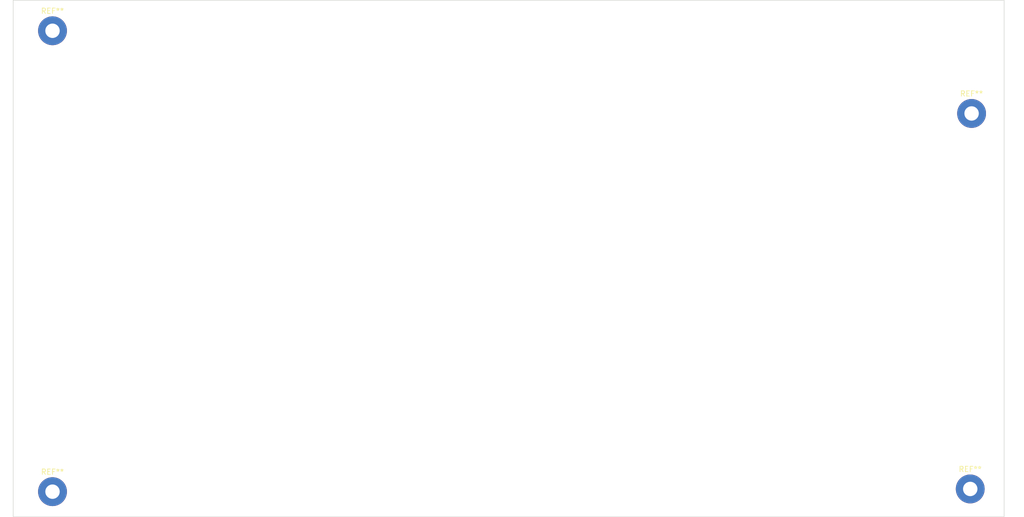
<source format=kicad_pcb>
(kicad_pcb (version 20221018) (generator pcbnew)
  (title_block (title "12 channel underheater controller") (rev "2") (company "Wildsystems LTD"))
  (layers (0 "F.Cu" signal) (31 "B.Cu" signal) (34 "B.Paste" user) (35 "F.Paste" user) (36 "B.SilkS" user "B.Silkscreen") (37 "F.SilkS" user "F.Silkscreen") (38 "B.Mask" user) (39 "F.Mask" user) (44 "Edge.Cuts" user))
  (net 0 "")
  (footprint "MountingHole:MountingHole_2.7mm_Pad" (layer "F.Cu") (at 215.392 113.792)
    (fp_text reference "REF**" (at 0 -3.7) (layer "F.SilkS"))
    (fp_text value "MountingHole_2.7mm_Pad")
    (pad "1" thru_hole circle (at 0 0) (size 5.4 5.4) (drill 2.7) (layers "*.Cu" "*.Mask"))
  )
  (footprint "MountingHole:MountingHole_2.7mm_Pad" (layer "F.Cu") (at 43.434 114.3)
    (fp_text reference "REF**" (at 0 -3.7) (layer "F.SilkS"))
    (fp_text value "MountingHole_2.7mm_Pad")
    (pad "1" thru_hole circle (at 0 0) (size 5.4 5.4) (drill 2.7) (layers "*.Cu" "*.Mask"))
  )
  (footprint "MountingHole:MountingHole_2.7mm_Pad" (layer "F.Cu") (at 215.646 43.434)
    (fp_text reference "REF**" (at 0 -3.7) (layer "F.SilkS"))
    (fp_text value "MountingHole_2.7mm_Pad")
    (pad "1" thru_hole circle (at 0 0) (size 5.4 5.4) (drill 2.7) (layers "*.Cu" "*.Mask"))
  )
  (footprint "MountingHole:MountingHole_2.7mm_Pad" (layer "F.Cu") (at 43.434 27.94)
    (fp_text reference "REF**" (at 0 -3.7) (layer "F.SilkS"))
    (fp_text value "MountingHole_2.7mm_Pad")
    (pad "1" thru_hole circle (at 0 0) (size 5.4 5.4) (drill 2.7) (layers "*.Cu" "*.Mask"))
  )
  (gr_rect (start 36.068 22.225) (end 221.742 118.999) (stroke (width 0.1)) (fill none) (layer "Edge.Cuts"))
)
</source>
